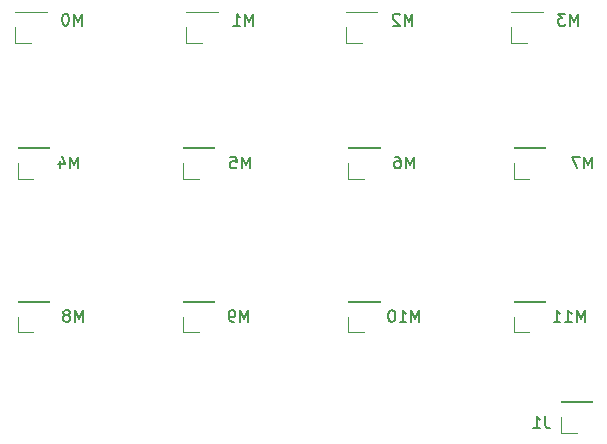
<source format=gbr>
%TF.GenerationSoftware,KiCad,Pcbnew,(5.1.10)-1*%
%TF.CreationDate,2021-11-08T13:26:20-08:00*%
%TF.ProjectId,button_grid,62757474-6f6e-45f6-9772-69642e6b6963,rev?*%
%TF.SameCoordinates,Original*%
%TF.FileFunction,Legend,Bot*%
%TF.FilePolarity,Positive*%
%FSLAX46Y46*%
G04 Gerber Fmt 4.6, Leading zero omitted, Abs format (unit mm)*
G04 Created by KiCad (PCBNEW (5.1.10)-1) date 2021-11-08 13:26:20*
%MOMM*%
%LPD*%
G01*
G04 APERTURE LIST*
%ADD10C,0.120000*%
%ADD11C,0.150000*%
G04 APERTURE END LIST*
D10*
%TO.C,J1*%
X171670000Y-105670000D02*
X174330000Y-105670000D01*
X171670000Y-105730000D02*
X171670000Y-105670000D01*
X174330000Y-105730000D02*
X174330000Y-105670000D01*
X171670000Y-105730000D02*
X174330000Y-105730000D01*
X171670000Y-107000000D02*
X171670000Y-108330000D01*
X171670000Y-108330000D02*
X173000000Y-108330000D01*
%TO.C,M0*%
X125470000Y-75330000D02*
X126800000Y-75330000D01*
X125470000Y-74000000D02*
X125470000Y-75330000D01*
X125470000Y-72730000D02*
X128130000Y-72730000D01*
X128130000Y-72730000D02*
X128130000Y-72670000D01*
X125470000Y-72730000D02*
X125470000Y-72670000D01*
X125470000Y-72670000D02*
X128130000Y-72670000D01*
%TO.C,M1*%
X139970000Y-72670000D02*
X142630000Y-72670000D01*
X139970000Y-72730000D02*
X139970000Y-72670000D01*
X142630000Y-72730000D02*
X142630000Y-72670000D01*
X139970000Y-72730000D02*
X142630000Y-72730000D01*
X139970000Y-74000000D02*
X139970000Y-75330000D01*
X139970000Y-75330000D02*
X141300000Y-75330000D01*
%TO.C,M2*%
X153470000Y-75330000D02*
X154800000Y-75330000D01*
X153470000Y-74000000D02*
X153470000Y-75330000D01*
X153470000Y-72730000D02*
X156130000Y-72730000D01*
X156130000Y-72730000D02*
X156130000Y-72670000D01*
X153470000Y-72730000D02*
X153470000Y-72670000D01*
X153470000Y-72670000D02*
X156130000Y-72670000D01*
%TO.C,M3*%
X167470000Y-72670000D02*
X170130000Y-72670000D01*
X167470000Y-72730000D02*
X167470000Y-72670000D01*
X170130000Y-72730000D02*
X170130000Y-72670000D01*
X167470000Y-72730000D02*
X170130000Y-72730000D01*
X167470000Y-74000000D02*
X167470000Y-75330000D01*
X167470000Y-75330000D02*
X168800000Y-75330000D01*
%TO.C,M4*%
X125670000Y-86830000D02*
X127000000Y-86830000D01*
X125670000Y-85500000D02*
X125670000Y-86830000D01*
X125670000Y-84230000D02*
X128330000Y-84230000D01*
X128330000Y-84230000D02*
X128330000Y-84170000D01*
X125670000Y-84230000D02*
X125670000Y-84170000D01*
X125670000Y-84170000D02*
X128330000Y-84170000D01*
%TO.C,M5*%
X139670000Y-84170000D02*
X142330000Y-84170000D01*
X139670000Y-84230000D02*
X139670000Y-84170000D01*
X142330000Y-84230000D02*
X142330000Y-84170000D01*
X139670000Y-84230000D02*
X142330000Y-84230000D01*
X139670000Y-85500000D02*
X139670000Y-86830000D01*
X139670000Y-86830000D02*
X141000000Y-86830000D01*
%TO.C,M6*%
X153670000Y-86830000D02*
X155000000Y-86830000D01*
X153670000Y-85500000D02*
X153670000Y-86830000D01*
X153670000Y-84230000D02*
X156330000Y-84230000D01*
X156330000Y-84230000D02*
X156330000Y-84170000D01*
X153670000Y-84230000D02*
X153670000Y-84170000D01*
X153670000Y-84170000D02*
X156330000Y-84170000D01*
%TO.C,M7*%
X167670000Y-86830000D02*
X169000000Y-86830000D01*
X167670000Y-85500000D02*
X167670000Y-86830000D01*
X167670000Y-84230000D02*
X170330000Y-84230000D01*
X170330000Y-84230000D02*
X170330000Y-84170000D01*
X167670000Y-84230000D02*
X167670000Y-84170000D01*
X167670000Y-84170000D02*
X170330000Y-84170000D01*
%TO.C,M8*%
X125670000Y-97170000D02*
X128330000Y-97170000D01*
X125670000Y-97230000D02*
X125670000Y-97170000D01*
X128330000Y-97230000D02*
X128330000Y-97170000D01*
X125670000Y-97230000D02*
X128330000Y-97230000D01*
X125670000Y-98500000D02*
X125670000Y-99830000D01*
X125670000Y-99830000D02*
X127000000Y-99830000D01*
%TO.C,M9*%
X139670000Y-99830000D02*
X141000000Y-99830000D01*
X139670000Y-98500000D02*
X139670000Y-99830000D01*
X139670000Y-97230000D02*
X142330000Y-97230000D01*
X142330000Y-97230000D02*
X142330000Y-97170000D01*
X139670000Y-97230000D02*
X139670000Y-97170000D01*
X139670000Y-97170000D02*
X142330000Y-97170000D01*
%TO.C,M10*%
X153670000Y-97170000D02*
X156330000Y-97170000D01*
X153670000Y-97230000D02*
X153670000Y-97170000D01*
X156330000Y-97230000D02*
X156330000Y-97170000D01*
X153670000Y-97230000D02*
X156330000Y-97230000D01*
X153670000Y-98500000D02*
X153670000Y-99830000D01*
X153670000Y-99830000D02*
X155000000Y-99830000D01*
%TO.C,M11*%
X167670000Y-99830000D02*
X169000000Y-99830000D01*
X167670000Y-98500000D02*
X167670000Y-99830000D01*
X167670000Y-97230000D02*
X170330000Y-97230000D01*
X170330000Y-97230000D02*
X170330000Y-97170000D01*
X167670000Y-97230000D02*
X167670000Y-97170000D01*
X167670000Y-97170000D02*
X170330000Y-97170000D01*
%TO.C,J1*%
D11*
X170333333Y-106952380D02*
X170333333Y-107666666D01*
X170380952Y-107809523D01*
X170476190Y-107904761D01*
X170619047Y-107952380D01*
X170714285Y-107952380D01*
X169333333Y-107952380D02*
X169904761Y-107952380D01*
X169619047Y-107952380D02*
X169619047Y-106952380D01*
X169714285Y-107095238D01*
X169809523Y-107190476D01*
X169904761Y-107238095D01*
%TO.C,M0*%
X131109523Y-73852380D02*
X131109523Y-72852380D01*
X130776190Y-73566666D01*
X130442857Y-72852380D01*
X130442857Y-73852380D01*
X129776190Y-72852380D02*
X129680952Y-72852380D01*
X129585714Y-72900000D01*
X129538095Y-72947619D01*
X129490476Y-73042857D01*
X129442857Y-73233333D01*
X129442857Y-73471428D01*
X129490476Y-73661904D01*
X129538095Y-73757142D01*
X129585714Y-73804761D01*
X129680952Y-73852380D01*
X129776190Y-73852380D01*
X129871428Y-73804761D01*
X129919047Y-73757142D01*
X129966666Y-73661904D01*
X130014285Y-73471428D01*
X130014285Y-73233333D01*
X129966666Y-73042857D01*
X129919047Y-72947619D01*
X129871428Y-72900000D01*
X129776190Y-72852380D01*
%TO.C,M1*%
X145609523Y-73852380D02*
X145609523Y-72852380D01*
X145276190Y-73566666D01*
X144942857Y-72852380D01*
X144942857Y-73852380D01*
X143942857Y-73852380D02*
X144514285Y-73852380D01*
X144228571Y-73852380D02*
X144228571Y-72852380D01*
X144323809Y-72995238D01*
X144419047Y-73090476D01*
X144514285Y-73138095D01*
%TO.C,M2*%
X159109523Y-73852380D02*
X159109523Y-72852380D01*
X158776190Y-73566666D01*
X158442857Y-72852380D01*
X158442857Y-73852380D01*
X158014285Y-72947619D02*
X157966666Y-72900000D01*
X157871428Y-72852380D01*
X157633333Y-72852380D01*
X157538095Y-72900000D01*
X157490476Y-72947619D01*
X157442857Y-73042857D01*
X157442857Y-73138095D01*
X157490476Y-73280952D01*
X158061904Y-73852380D01*
X157442857Y-73852380D01*
%TO.C,M3*%
X173109523Y-73852380D02*
X173109523Y-72852380D01*
X172776190Y-73566666D01*
X172442857Y-72852380D01*
X172442857Y-73852380D01*
X172061904Y-72852380D02*
X171442857Y-72852380D01*
X171776190Y-73233333D01*
X171633333Y-73233333D01*
X171538095Y-73280952D01*
X171490476Y-73328571D01*
X171442857Y-73423809D01*
X171442857Y-73661904D01*
X171490476Y-73757142D01*
X171538095Y-73804761D01*
X171633333Y-73852380D01*
X171919047Y-73852380D01*
X172014285Y-73804761D01*
X172061904Y-73757142D01*
%TO.C,M4*%
X130809523Y-85952380D02*
X130809523Y-84952380D01*
X130476190Y-85666666D01*
X130142857Y-84952380D01*
X130142857Y-85952380D01*
X129238095Y-85285714D02*
X129238095Y-85952380D01*
X129476190Y-84904761D02*
X129714285Y-85619047D01*
X129095238Y-85619047D01*
%TO.C,M5*%
X145309523Y-85952380D02*
X145309523Y-84952380D01*
X144976190Y-85666666D01*
X144642857Y-84952380D01*
X144642857Y-85952380D01*
X143690476Y-84952380D02*
X144166666Y-84952380D01*
X144214285Y-85428571D01*
X144166666Y-85380952D01*
X144071428Y-85333333D01*
X143833333Y-85333333D01*
X143738095Y-85380952D01*
X143690476Y-85428571D01*
X143642857Y-85523809D01*
X143642857Y-85761904D01*
X143690476Y-85857142D01*
X143738095Y-85904761D01*
X143833333Y-85952380D01*
X144071428Y-85952380D01*
X144166666Y-85904761D01*
X144214285Y-85857142D01*
%TO.C,M6*%
X159209523Y-85952380D02*
X159209523Y-84952380D01*
X158876190Y-85666666D01*
X158542857Y-84952380D01*
X158542857Y-85952380D01*
X157638095Y-84952380D02*
X157828571Y-84952380D01*
X157923809Y-85000000D01*
X157971428Y-85047619D01*
X158066666Y-85190476D01*
X158114285Y-85380952D01*
X158114285Y-85761904D01*
X158066666Y-85857142D01*
X158019047Y-85904761D01*
X157923809Y-85952380D01*
X157733333Y-85952380D01*
X157638095Y-85904761D01*
X157590476Y-85857142D01*
X157542857Y-85761904D01*
X157542857Y-85523809D01*
X157590476Y-85428571D01*
X157638095Y-85380952D01*
X157733333Y-85333333D01*
X157923809Y-85333333D01*
X158019047Y-85380952D01*
X158066666Y-85428571D01*
X158114285Y-85523809D01*
%TO.C,M7*%
X174309523Y-85952380D02*
X174309523Y-84952380D01*
X173976190Y-85666666D01*
X173642857Y-84952380D01*
X173642857Y-85952380D01*
X173261904Y-84952380D02*
X172595238Y-84952380D01*
X173023809Y-85952380D01*
%TO.C,M8*%
X131209523Y-98952380D02*
X131209523Y-97952380D01*
X130876190Y-98666666D01*
X130542857Y-97952380D01*
X130542857Y-98952380D01*
X129923809Y-98380952D02*
X130019047Y-98333333D01*
X130066666Y-98285714D01*
X130114285Y-98190476D01*
X130114285Y-98142857D01*
X130066666Y-98047619D01*
X130019047Y-98000000D01*
X129923809Y-97952380D01*
X129733333Y-97952380D01*
X129638095Y-98000000D01*
X129590476Y-98047619D01*
X129542857Y-98142857D01*
X129542857Y-98190476D01*
X129590476Y-98285714D01*
X129638095Y-98333333D01*
X129733333Y-98380952D01*
X129923809Y-98380952D01*
X130019047Y-98428571D01*
X130066666Y-98476190D01*
X130114285Y-98571428D01*
X130114285Y-98761904D01*
X130066666Y-98857142D01*
X130019047Y-98904761D01*
X129923809Y-98952380D01*
X129733333Y-98952380D01*
X129638095Y-98904761D01*
X129590476Y-98857142D01*
X129542857Y-98761904D01*
X129542857Y-98571428D01*
X129590476Y-98476190D01*
X129638095Y-98428571D01*
X129733333Y-98380952D01*
%TO.C,M9*%
X145209523Y-98952380D02*
X145209523Y-97952380D01*
X144876190Y-98666666D01*
X144542857Y-97952380D01*
X144542857Y-98952380D01*
X144019047Y-98952380D02*
X143828571Y-98952380D01*
X143733333Y-98904761D01*
X143685714Y-98857142D01*
X143590476Y-98714285D01*
X143542857Y-98523809D01*
X143542857Y-98142857D01*
X143590476Y-98047619D01*
X143638095Y-98000000D01*
X143733333Y-97952380D01*
X143923809Y-97952380D01*
X144019047Y-98000000D01*
X144066666Y-98047619D01*
X144114285Y-98142857D01*
X144114285Y-98380952D01*
X144066666Y-98476190D01*
X144019047Y-98523809D01*
X143923809Y-98571428D01*
X143733333Y-98571428D01*
X143638095Y-98523809D01*
X143590476Y-98476190D01*
X143542857Y-98380952D01*
%TO.C,M10*%
X159685714Y-98952380D02*
X159685714Y-97952380D01*
X159352380Y-98666666D01*
X159019047Y-97952380D01*
X159019047Y-98952380D01*
X158019047Y-98952380D02*
X158590476Y-98952380D01*
X158304761Y-98952380D02*
X158304761Y-97952380D01*
X158400000Y-98095238D01*
X158495238Y-98190476D01*
X158590476Y-98238095D01*
X157400000Y-97952380D02*
X157304761Y-97952380D01*
X157209523Y-98000000D01*
X157161904Y-98047619D01*
X157114285Y-98142857D01*
X157066666Y-98333333D01*
X157066666Y-98571428D01*
X157114285Y-98761904D01*
X157161904Y-98857142D01*
X157209523Y-98904761D01*
X157304761Y-98952380D01*
X157400000Y-98952380D01*
X157495238Y-98904761D01*
X157542857Y-98857142D01*
X157590476Y-98761904D01*
X157638095Y-98571428D01*
X157638095Y-98333333D01*
X157590476Y-98142857D01*
X157542857Y-98047619D01*
X157495238Y-98000000D01*
X157400000Y-97952380D01*
%TO.C,M11*%
X173685714Y-98952380D02*
X173685714Y-97952380D01*
X173352380Y-98666666D01*
X173019047Y-97952380D01*
X173019047Y-98952380D01*
X172019047Y-98952380D02*
X172590476Y-98952380D01*
X172304761Y-98952380D02*
X172304761Y-97952380D01*
X172400000Y-98095238D01*
X172495238Y-98190476D01*
X172590476Y-98238095D01*
X171066666Y-98952380D02*
X171638095Y-98952380D01*
X171352380Y-98952380D02*
X171352380Y-97952380D01*
X171447619Y-98095238D01*
X171542857Y-98190476D01*
X171638095Y-98238095D01*
%TD*%
M02*

</source>
